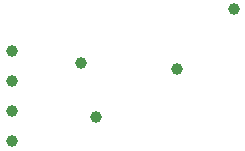
<source format=gbr>
%TF.GenerationSoftware,KiCad,Pcbnew,7.0.9*%
%TF.CreationDate,2024-01-31T11:52:49-08:00*%
%TF.ProjectId,breakout,62726561-6b6f-4757-942e-6b696361645f,rev?*%
%TF.SameCoordinates,Original*%
%TF.FileFunction,Plated,1,2,PTH,Drill*%
%TF.FilePolarity,Positive*%
%FSLAX46Y46*%
G04 Gerber Fmt 4.6, Leading zero omitted, Abs format (unit mm)*
G04 Created by KiCad (PCBNEW 7.0.9) date 2024-01-31 11:52:49*
%MOMM*%
%LPD*%
G01*
G04 APERTURE LIST*
%TA.AperFunction,ViaDrill*%
%ADD10C,1.000000*%
%TD*%
%TA.AperFunction,ComponentDrill*%
%ADD11C,1.000000*%
%TD*%
G04 APERTURE END LIST*
D10*
X136144000Y-91694000D03*
X137414000Y-96266000D03*
X144272000Y-92202000D03*
X149098000Y-87122000D03*
D11*
%TO.C,J1*%
X130302000Y-90678000D03*
X130302000Y-93218000D03*
X130302000Y-95758000D03*
X130302000Y-98298000D03*
M02*

</source>
